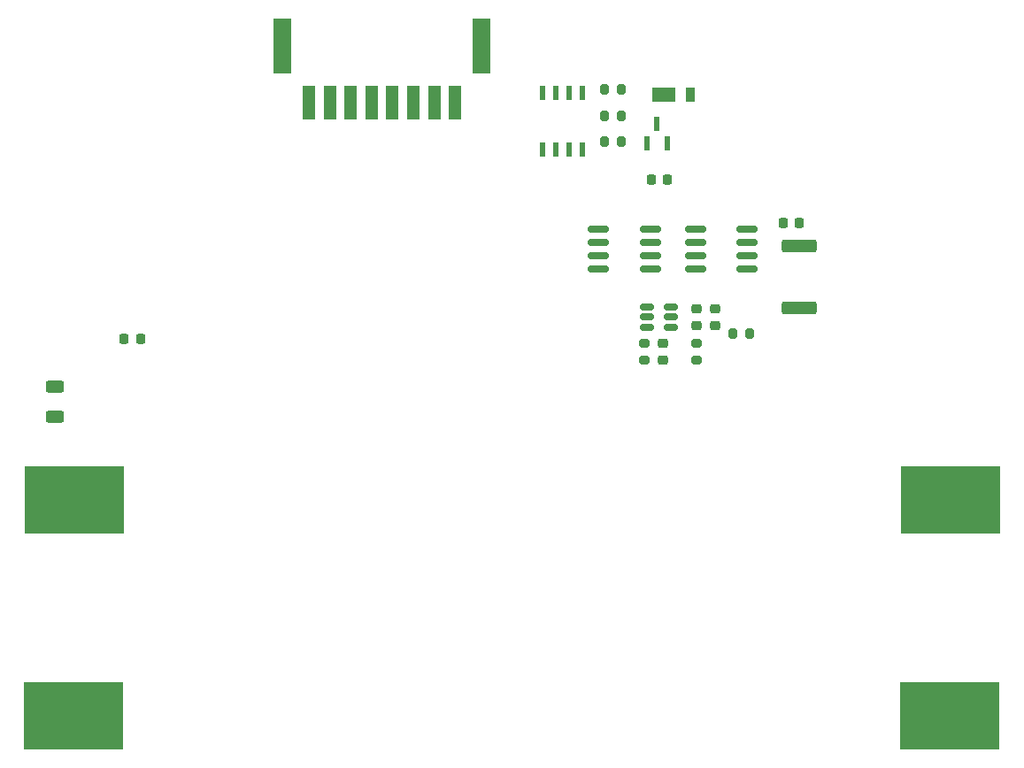
<source format=gtp>
%TF.GenerationSoftware,KiCad,Pcbnew,7.0.2-0*%
%TF.CreationDate,2024-05-07T22:45:00-07:00*%
%TF.ProjectId,batteryboard,62617474-6572-4796-926f-6172642e6b69,v2B*%
%TF.SameCoordinates,Original*%
%TF.FileFunction,Paste,Top*%
%TF.FilePolarity,Positive*%
%FSLAX46Y46*%
G04 Gerber Fmt 4.6, Leading zero omitted, Abs format (unit mm)*
G04 Created by KiCad (PCBNEW 7.0.2-0) date 2024-05-07 22:45:00*
%MOMM*%
%LPD*%
G01*
G04 APERTURE LIST*
G04 Aperture macros list*
%AMRoundRect*
0 Rectangle with rounded corners*
0 $1 Rounding radius*
0 $2 $3 $4 $5 $6 $7 $8 $9 X,Y pos of 4 corners*
0 Add a 4 corners polygon primitive as box body*
4,1,4,$2,$3,$4,$5,$6,$7,$8,$9,$2,$3,0*
0 Add four circle primitives for the rounded corners*
1,1,$1+$1,$2,$3*
1,1,$1+$1,$4,$5*
1,1,$1+$1,$6,$7*
1,1,$1+$1,$8,$9*
0 Add four rect primitives between the rounded corners*
20,1,$1+$1,$2,$3,$4,$5,0*
20,1,$1+$1,$4,$5,$6,$7,0*
20,1,$1+$1,$6,$7,$8,$9,0*
20,1,$1+$1,$8,$9,$2,$3,0*%
G04 Aperture macros list end*
%ADD10R,1.244600X3.251200*%
%ADD11R,1.752600X5.359400*%
%ADD12R,9.467600X6.477000*%
%ADD13RoundRect,0.150000X-0.512500X-0.150000X0.512500X-0.150000X0.512500X0.150000X-0.512500X0.150000X0*%
%ADD14RoundRect,0.225000X-0.250000X0.225000X-0.250000X-0.225000X0.250000X-0.225000X0.250000X0.225000X0*%
%ADD15RoundRect,0.225000X0.225000X0.250000X-0.225000X0.250000X-0.225000X-0.250000X0.225000X-0.250000X0*%
%ADD16RoundRect,0.200000X0.200000X0.275000X-0.200000X0.275000X-0.200000X-0.275000X0.200000X-0.275000X0*%
%ADD17RoundRect,0.200000X0.275000X-0.200000X0.275000X0.200000X-0.275000X0.200000X-0.275000X-0.200000X0*%
%ADD18RoundRect,0.150000X-0.825000X-0.150000X0.825000X-0.150000X0.825000X0.150000X-0.825000X0.150000X0*%
%ADD19RoundRect,0.150000X0.825000X0.150000X-0.825000X0.150000X-0.825000X-0.150000X0.825000X-0.150000X0*%
%ADD20RoundRect,0.200000X-0.275000X0.200000X-0.275000X-0.200000X0.275000X-0.200000X0.275000X0.200000X0*%
%ADD21RoundRect,0.250000X1.425000X-0.362500X1.425000X0.362500X-1.425000X0.362500X-1.425000X-0.362500X0*%
%ADD22RoundRect,0.250000X-0.625000X0.312500X-0.625000X-0.312500X0.625000X-0.312500X0.625000X0.312500X0*%
%ADD23RoundRect,0.200000X-0.200000X-0.275000X0.200000X-0.275000X0.200000X0.275000X-0.200000X0.275000X0*%
%ADD24R,0.900000X1.400000*%
%ADD25R,2.200000X1.400000*%
%ADD26R,0.558800X1.320800*%
%ADD27RoundRect,0.225000X-0.225000X-0.250000X0.225000X-0.250000X0.225000X0.250000X-0.225000X0.250000X0*%
%ADD28R,0.558800X1.422400*%
G04 APERTURE END LIST*
D10*
X81680301Y-71185900D03*
X83680300Y-71185900D03*
X85680301Y-71185900D03*
X87680299Y-71185900D03*
X89680301Y-71185900D03*
X91680299Y-71185900D03*
X93680300Y-71185900D03*
X95680301Y-71185900D03*
D11*
X98230301Y-65760899D03*
X79130299Y-65760899D03*
D12*
X143027400Y-129844800D03*
X59207400Y-129844800D03*
D13*
X114051500Y-90744000D03*
X114051500Y-91694000D03*
X114051500Y-92644000D03*
X116326500Y-92644000D03*
X116326500Y-91694000D03*
X116326500Y-90744000D03*
D12*
X59232800Y-109194600D03*
X143052800Y-109194600D03*
D14*
X120523000Y-90919000D03*
X120523000Y-92469000D03*
X118745000Y-90919000D03*
X118745000Y-92469000D03*
X115570000Y-94221000D03*
X115570000Y-95771000D03*
D15*
X128600500Y-82677000D03*
X127050500Y-82677000D03*
D16*
X123888000Y-93281500D03*
X122238000Y-93281500D03*
D17*
X118745000Y-95821000D03*
X118745000Y-94171000D03*
D18*
X109412000Y-83312000D03*
X109412000Y-84582000D03*
X109412000Y-85852000D03*
X109412000Y-87122000D03*
X114362000Y-87122000D03*
X114362000Y-85852000D03*
X114362000Y-84582000D03*
X114362000Y-83312000D03*
D19*
X123633000Y-87122000D03*
X123633000Y-85852000D03*
X123633000Y-84582000D03*
X123633000Y-83312000D03*
X118683000Y-83312000D03*
X118683000Y-84582000D03*
X118683000Y-85852000D03*
X118683000Y-87122000D03*
D20*
X113792000Y-94171000D03*
X113792000Y-95821000D03*
D21*
X128587500Y-90783000D03*
X128587500Y-84858000D03*
D22*
X57391300Y-98321400D03*
X57391300Y-101246400D03*
D23*
X109960300Y-69899900D03*
X111610300Y-69899900D03*
D24*
X118194700Y-70378900D03*
D25*
X115644700Y-70378900D03*
D16*
X111610300Y-72409900D03*
X109960300Y-72409900D03*
D26*
X114039600Y-75034900D03*
X115944600Y-75034900D03*
X114992100Y-73155300D03*
D27*
X64016700Y-93769900D03*
X65566700Y-93769900D03*
D28*
X104034700Y-75634300D03*
X105304700Y-75634300D03*
X106574700Y-75634300D03*
X107844700Y-75634300D03*
X107844700Y-70249500D03*
X106574700Y-70249500D03*
X105304700Y-70249500D03*
X104034700Y-70249500D03*
D27*
X114435700Y-78529900D03*
X115985700Y-78529900D03*
D23*
X109960300Y-74919900D03*
X111610300Y-74919900D03*
M02*

</source>
